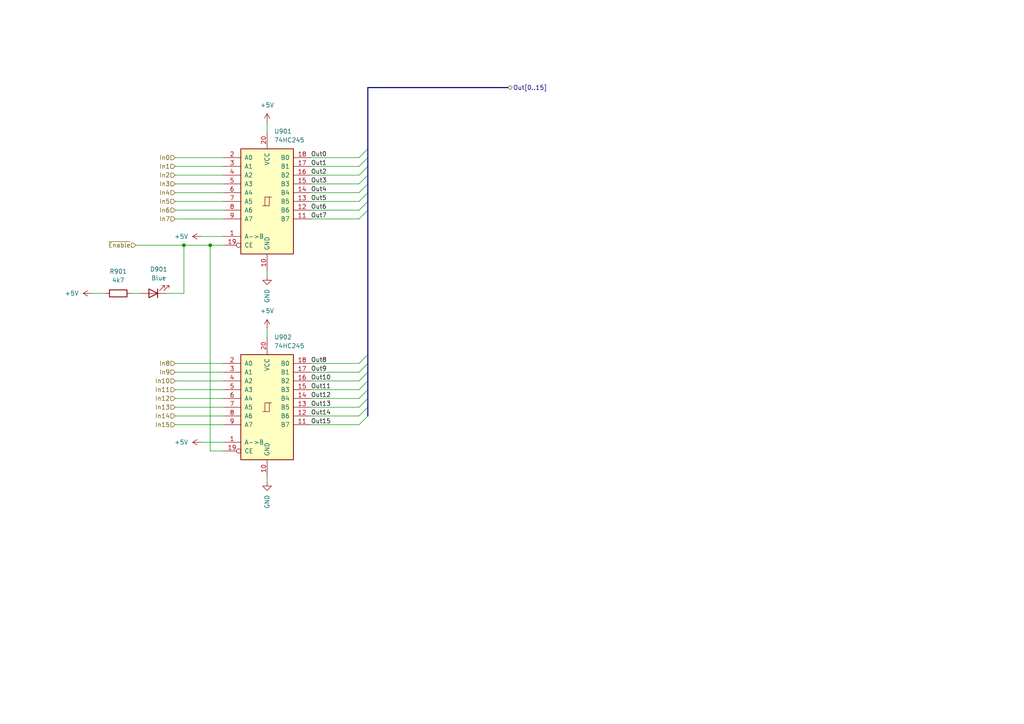
<source format=kicad_sch>
(kicad_sch (version 20231120) (generator "eeschema") (generator_version "8.0")
  (paper "A4")
  (lib_symbols
    (symbol "74xx:74HC245" (pin_names (offset 1.016))
      (property "Reference" "U" (at -7.62 16.51 0))
      (property "Value" "74HC245" (at -7.62 -16.51 0))
      (symbol "74HC245_1_0"
        (polyline (pts (xy -0.635 -1.27) (xy -0.635 1.27) (xy 0.635 1.27)))
        (polyline (pts (xy -1.27 -1.27) (xy 0.635 -1.27) (xy 0.635 1.27) (xy 1.27 1.27)))
        (pin input line (at -12.7 -10.16 0) (length 5.08) (name "A->B") (number "1"))
        (pin power_in line (at 0 -20.32 90) (length 5.08) (name "GND") (number "10"))
        (pin tri_state line (at 12.7 -5.08 180) (length 5.08) (name "B7") (number "11"))
        (pin tri_state line (at 12.7 -2.54 180) (length 5.08) (name "B6") (number "12"))
        (pin tri_state line (at 12.7 0 180) (length 5.08) (name "B5") (number "13"))
        (pin tri_state line (at 12.7 2.54 180) (length 5.08) (name "B4") (number "14"))
        (pin tri_state line (at 12.7 5.08 180) (length 5.08) (name "B3") (number "15"))
        (pin tri_state line (at 12.7 7.62 180) (length 5.08) (name "B2") (number "16"))
        (pin tri_state line (at 12.7 10.16 180) (length 5.08) (name "B1") (number "17"))
        (pin tri_state line (at 12.7 12.7 180) (length 5.08) (name "B0") (number "18"))
        (pin input inverted (at -12.7 -12.7 0) (length 5.08) (name "CE") (number "19"))
        (pin tri_state line (at -12.7 12.7 0) (length 5.08) (name "A0") (number "2"))
        (pin power_in line (at 0 20.32 270) (length 5.08) (name "VCC") (number "20"))
        (pin tri_state line (at -12.7 10.16 0) (length 5.08) (name "A1") (number "3"))
        (pin tri_state line (at -12.7 7.62 0) (length 5.08) (name "A2") (number "4"))
        (pin tri_state line (at -12.7 5.08 0) (length 5.08) (name "A3") (number "5"))
        (pin tri_state line (at -12.7 2.54 0) (length 5.08) (name "A4") (number "6"))
        (pin tri_state line (at -12.7 0 0) (length 5.08) (name "A5") (number "7"))
        (pin tri_state line (at -12.7 -2.54 0) (length 5.08) (name "A6") (number "8"))
        (pin tri_state line (at -12.7 -5.08 0) (length 5.08) (name "A7") (number "9"))
      )
      (symbol "74HC245_1_1"
        (rectangle (start -7.62 15.24) (end 7.62 -15.24) (stroke (width 0.254)) (fill (type background)))
      )
    )
    (symbol "Device:LED" (pin_numbers hide) (pin_names (offset 1.016) hide)
      (property "Reference" "D" (at 0 2.54 0))
      (property "Value" "LED" (at 0 -2.54 0))
      (symbol "LED_0_1"
        (polyline (pts (xy -1.27 -1.27) (xy -1.27 1.27)) (stroke (width 0.254)))
        (polyline (pts (xy -1.27 0) (xy 1.27 0)))
        (polyline (pts (xy 1.27 -1.27) (xy 1.27 1.27) (xy -1.27 0) (xy 1.27 -1.27)) (stroke (width 0.254)))
        (polyline (pts (xy -3.048 -0.762) (xy -4.572 -2.286) (xy -3.81 -2.286) (xy -4.572 -2.286) (xy -4.572 -1.524)))
        (polyline (pts (xy -1.778 -0.762) (xy -3.302 -2.286) (xy -2.54 -2.286) (xy -3.302 -2.286) (xy -3.302 -1.524)))
      )
      (symbol "LED_1_1"
        (pin passive line (at -3.81 0 0) (length 2.54) (name "K") (number "1"))
        (pin passive line (at 3.81 0 180) (length 2.54) (name "A") (number "2"))
      )
    )
    (symbol "Device:R" (pin_numbers hide) (pin_names (offset 0))
      (property "Reference" "R" (at 2.032 0 90))
      (property "Value" "R" (at 0 0 90))
      (symbol "R_0_1"
        (rectangle (start -1.016 -2.54) (end 1.016 2.54) (stroke (width 0.254)))
      )
      (symbol "R_1_1"
        (pin passive line (at 0 3.81 270) (length 1.27) (name "~") (number "1"))
        (pin passive line (at 0 -3.81 90) (length 1.27) (name "~") (number "2"))
      )
    )
    (symbol "GND_2" (power) (pin_names (offset 0))
      (property "Value" "GND_2" (at 0 -3.81 0))
      (symbol "GND_2_0_1"
        (polyline (pts (xy 0 0) (xy 0 -1.27) (xy 1.27 -1.27) (xy 0 -2.54) (xy -1.27 -1.27) (xy 0 -1.27)))
      )
      (symbol "GND_2_1_1"
        (pin power_in line (at 0 0 270) (length 0) hide (name "GND") (number "1"))
      )
    )
    (symbol "power:+5V" (power) (pin_names (offset 0))
      (property "Value" "+5V" (at 0 3.556 0))
      (symbol "+5V_0_1"
        (polyline (pts (xy -0.762 1.27) (xy 0 2.54)))
        (polyline (pts (xy 0 0) (xy 0 2.54)))
        (polyline (pts (xy 0 2.54) (xy 0.762 1.27)))
      )
      (symbol "+5V_1_1"
        (pin power_in line (at 0 0 90) (length 0) hide (name "+5V") (number "1"))
      )
    )
  )
  (junction (at 53.34 71.12))
  (junction (at 60.96 71.12))
  (bus_entry (at 106.68 60.96) (size -2.54 2.54))
  (bus_entry (at 106.68 43.18) (size -2.54 2.54))
  (bus_entry (at 106.68 105.41) (size -2.54 2.54))
  (bus_entry (at 106.68 102.87) (size -2.54 2.54))
  (bus_entry (at 106.68 53.34) (size -2.54 2.54))
  (bus_entry (at 106.68 107.95) (size -2.54 2.54))
  (bus_entry (at 106.68 115.57) (size -2.54 2.54))
  (bus_entry (at 106.68 113.03) (size -2.54 2.54))
  (bus_entry (at 106.68 55.88) (size -2.54 2.54))
  (bus_entry (at 106.68 50.8) (size -2.54 2.54))
  (bus_entry (at 106.68 118.11) (size -2.54 2.54))
  (bus_entry (at 106.68 48.26) (size -2.54 2.54))
  (bus_entry (at 106.68 45.72) (size -2.54 2.54))
  (bus_entry (at 106.68 120.65) (size -2.54 2.54))
  (bus_entry (at 106.68 58.42) (size -2.54 2.54))
  (bus_entry (at 106.68 110.49) (size -2.54 2.54))
  (wire (pts (xy 50.8 53.34) (xy 64.77 53.34)))
  (wire (pts (xy 90.17 45.72) (xy 104.14 45.72)))
  (wire (pts (xy 90.17 123.19) (xy 104.14 123.19)))
  (bus (pts (xy 106.68 45.72) (xy 106.68 43.18)))
  (wire (pts (xy 50.8 60.96) (xy 64.77 60.96)))
  (wire (pts (xy 50.8 105.41) (xy 64.77 105.41)))
  (bus (pts (xy 106.68 58.42) (xy 106.68 55.88)))
  (bus (pts (xy 106.68 105.41) (xy 106.68 102.87)))
  (wire (pts (xy 90.17 63.5) (xy 104.14 63.5)))
  (wire (pts (xy 90.17 58.42) (xy 104.14 58.42)))
  (wire (pts (xy 90.17 110.49) (xy 104.14 110.49)))
  (wire (pts (xy 90.17 107.95) (xy 104.14 107.95)))
  (wire (pts (xy 60.96 71.12) (xy 64.77 71.12)))
  (wire (pts (xy 48.26 85.09) (xy 53.34 85.09)))
  (wire (pts (xy 50.8 63.5) (xy 64.77 63.5)))
  (bus (pts (xy 106.68 53.34) (xy 106.68 50.8)))
  (wire (pts (xy 58.42 68.58) (xy 64.77 68.58)))
  (wire (pts (xy 50.8 48.26) (xy 64.77 48.26)))
  (wire (pts (xy 50.8 123.19) (xy 64.77 123.19)))
  (bus (pts (xy 106.68 50.8) (xy 106.68 48.26)))
  (wire (pts (xy 77.47 139.7) (xy 77.47 138.43)))
  (bus (pts (xy 106.68 25.4) (xy 147.32 25.4)))
  (bus (pts (xy 106.68 107.95) (xy 106.68 105.41)))
  (bus (pts (xy 106.68 110.49) (xy 106.68 107.95)))
  (wire (pts (xy 90.17 48.26) (xy 104.14 48.26)))
  (wire (pts (xy 50.8 50.8) (xy 64.77 50.8)))
  (wire (pts (xy 77.47 95.25) (xy 77.47 97.79)))
  (bus (pts (xy 106.68 60.96) (xy 106.68 58.42)))
  (wire (pts (xy 50.8 118.11) (xy 64.77 118.11)))
  (wire (pts (xy 53.34 71.12) (xy 60.96 71.12)))
  (wire (pts (xy 90.17 55.88) (xy 104.14 55.88)))
  (wire (pts (xy 90.17 115.57) (xy 104.14 115.57)))
  (wire (pts (xy 90.17 50.8) (xy 104.14 50.8)))
  (wire (pts (xy 90.17 60.96) (xy 104.14 60.96)))
  (wire (pts (xy 50.8 58.42) (xy 64.77 58.42)))
  (wire (pts (xy 77.47 35.56) (xy 77.47 38.1)))
  (wire (pts (xy 90.17 118.11) (xy 104.14 118.11)))
  (wire (pts (xy 77.47 80.01) (xy 77.47 78.74)))
  (wire (pts (xy 60.96 71.12) (xy 60.96 130.81)))
  (wire (pts (xy 90.17 53.34) (xy 104.14 53.34)))
  (bus (pts (xy 106.68 55.88) (xy 106.68 53.34)))
  (bus (pts (xy 106.68 48.26) (xy 106.68 45.72)))
  (wire (pts (xy 90.17 120.65) (xy 104.14 120.65)))
  (bus (pts (xy 106.68 115.57) (xy 106.68 113.03)))
  (wire (pts (xy 38.1 85.09) (xy 40.64 85.09)))
  (wire (pts (xy 50.8 107.95) (xy 64.77 107.95)))
  (bus (pts (xy 106.68 118.11) (xy 106.68 115.57)))
  (wire (pts (xy 90.17 113.03) (xy 104.14 113.03)))
  (wire (pts (xy 50.8 55.88) (xy 64.77 55.88)))
  (wire (pts (xy 58.42 128.27) (xy 64.77 128.27)))
  (bus (pts (xy 106.68 102.87) (xy 106.68 60.96)))
  (wire (pts (xy 50.8 45.72) (xy 64.77 45.72)))
  (bus (pts (xy 106.68 113.03) (xy 106.68 110.49)))
  (wire (pts (xy 50.8 110.49) (xy 64.77 110.49)))
  (wire (pts (xy 50.8 115.57) (xy 64.77 115.57)))
  (wire (pts (xy 50.8 120.65) (xy 64.77 120.65)))
  (wire (pts (xy 90.17 105.41) (xy 104.14 105.41)))
  (wire (pts (xy 39.37 71.12) (xy 53.34 71.12)))
  (wire (pts (xy 50.8 113.03) (xy 64.77 113.03)))
  (bus (pts (xy 106.68 120.65) (xy 106.68 118.11)))
  (wire (pts (xy 64.77 130.81) (xy 60.96 130.81)))
  (wire (pts (xy 53.34 85.09) (xy 53.34 71.12)))
  (wire (pts (xy 26.67 85.09) (xy 30.48 85.09)))
  (bus (pts (xy 106.68 43.18) (xy 106.68 25.4)))
  (label "Out2" (at 90.17 50.8 0))
  (label "Out13" (at 90.17 118.11 0))
  (label "Out1" (at 90.17 48.26 0))
  (label "Out0" (at 90.17 45.72 0))
  (label "Out3" (at 90.17 53.34 0))
  (label "Out7" (at 90.17 63.5 0))
  (label "Out11" (at 90.17 113.03 0))
  (label "Out9" (at 90.17 107.95 0))
  (label "Out6" (at 90.17 60.96 0))
  (label "Out14" (at 90.17 120.65 0))
  (label "Out15" (at 90.17 123.19 0))
  (label "Out8" (at 90.17 105.41 0))
  (label "Out10" (at 90.17 110.49 0))
  (label "Out4" (at 90.17 55.88 0))
  (label "Out12" (at 90.17 115.57 0))
  (label "Out5" (at 90.17 58.42 0))
  (hierarchical_label "In3" (shape input) (at 50.8 53.34 180))
  (hierarchical_label "In2" (shape input) (at 50.8 50.8 180))
  (hierarchical_label "In4" (shape input) (at 50.8 55.88 180))
  (hierarchical_label "In0" (shape input) (at 50.8 45.72 180))
  (hierarchical_label "In9" (shape input) (at 50.8 107.95 180))
  (hierarchical_label "In10" (shape input) (at 50.8 110.49 180))
  (hierarchical_label "Out[0..15]" (shape tri_state) (at 147.32 25.4 0))
  (hierarchical_label "In7" (shape input) (at 50.8 63.5 180))
  (hierarchical_label "In5" (shape input) (at 50.8 58.42 180))
  (hierarchical_label "~{Enable}" (shape input) (at 39.37 71.12 180))
  (hierarchical_label "In8" (shape input) (at 50.8 105.41 180))
  (hierarchical_label "In15" (shape input) (at 50.8 123.19 180))
  (hierarchical_label "In13" (shape input) (at 50.8 118.11 180))
  (hierarchical_label "In6" (shape input) (at 50.8 60.96 180))
  (hierarchical_label "In1" (shape input) (at 50.8 48.26 180))
  (hierarchical_label "In12" (shape input) (at 50.8 115.57 180))
  (hierarchical_label "In11" (shape input) (at 50.8 113.03 180))
  (hierarchical_label "In14" (shape input) (at 50.8 120.65 180))
  (symbol (lib_id "Device:R") (at 34.29 85.09 270) (unit 1)
    (property "Reference" "R901" (at 34.29 78.74 90))
    (property "Value" "4k7" (at 34.29 81.28 90))
    (property "Footprint" "Resistor_SMD:R_0603_1608Metric" (effects (hide yes)))
    (property "Datasheet" "https://datasheet.lcsc.com/lcsc/2206010116_UNI-ROYAL-Uniroyal-Elec-0603WAF4701T5E_C23162.pdf" (effects (hide yes)))
    (property "LCSC" "C23162" (effects (hide yes)))
    (instances (project "Barrel Shifter" (path "" (reference "R901") (unit 1)) (path "" (reference "R401") (unit 1)) (path "" (reference "R501") (unit 1)) (path "" (reference "R201") (unit 1)) (path "" (reference "R801") (unit 1)) (path "" (reference "R301") (unit 1)) (path "" (reference "R601") (unit 1)) (path "" (reference "R701") (unit 1))))
  )
  (symbol (lib_name "GND_2") (lib_id "power:GND") (at 77.47 139.7 0) (unit 1)
    (property "Reference" "#PWR0907" (effects (hide yes)))
    (property "Value" "GND" (at 77.47 143.51 90) (effects (justify right)))
    (instances (project "Barrel Shifter" (path "" (reference "#PWR0907") (unit 1)) (path "" (reference "#PWR0407") (unit 1)) (path "" (reference "#PWR0507") (unit 1)) (path "" (reference "#PWR0207") (unit 1)) (path "" (reference "#PWR0807") (unit 1)) (path "" (reference "#PWR0307") (unit 1)) (path "" (reference "#PWR0607") (unit 1)) (path "" (reference "#PWR0707") (unit 1))))
  )
  (symbol (lib_id "power:+5V") (at 58.42 68.58 90) (unit 1)
    (property "Reference" "#PWR0902" (effects (hide yes)))
    (property "Value" "+5V" (at 54.61 68.58 90) (effects (justify left)))
    (instances (project "Barrel Shifter" (path "" (reference "#PWR0902") (unit 1)) (path "" (reference "#PWR0402") (unit 1)) (path "" (reference "#PWR0502") (unit 1)) (path "" (reference "#PWR0202") (unit 1)) (path "" (reference "#PWR0802") (unit 1)) (path "" (reference "#PWR0302") (unit 1)) (path "" (reference "#PWR0602") (unit 1)) (path "" (reference "#PWR0702") (unit 1))))
  )
  (symbol (lib_id "Device:LED") (at 44.45 85.09 180) (unit 1)
    (property "Reference" "D901" (at 46.0375 78.105 0))
    (property "Value" "Blue" (at 46.0375 80.645 0))
    (property "Footprint" "LED_SMD:LED_0603_1608Metric" (effects (hide yes)))
    (property "LCSC" "C72041" (effects (hide yes)))
    (instances (project "Barrel Shifter" (path "" (reference "D901") (unit 1)) (path "" (reference "D401") (unit 1)) (path "" (reference "D501") (unit 1)) (path "" (reference "D201") (unit 1)) (path "" (reference "D801") (unit 1)) (path "" (reference "D301") (unit 1)) (path "" (reference "D601") (unit 1)) (path "" (reference "D701") (unit 1))))
  )
  (symbol (lib_id "power:+5V") (at 26.67 85.09 90) (unit 1)
    (property "Reference" "#PWR0901" (effects (hide yes)))
    (property "Value" "+5V" (at 22.86 85.09 90) (effects (justify left)))
    (instances (project "Barrel Shifter" (path "" (reference "#PWR0901") (unit 1)) (path "" (reference "#PWR0401") (unit 1)) (path "" (reference "#PWR0501") (unit 1)) (path "" (reference "#PWR0201") (unit 1)) (path "" (reference "#PWR0801") (unit 1)) (path "" (reference "#PWR0301") (unit 1)) (path "" (reference "#PWR0601") (unit 1)) (path "" (reference "#PWR0701") (unit 1))))
  )
  (symbol (lib_name "GND_2") (lib_id "power:GND") (at 77.47 80.01 0) (unit 1)
    (property "Reference" "#PWR0905" (effects (hide yes)))
    (property "Value" "GND" (at 77.47 83.82 90) (effects (justify right)))
    (instances (project "Barrel Shifter" (path "" (reference "#PWR0905") (unit 1)) (path "" (reference "#PWR0405") (unit 1)) (path "" (reference "#PWR0505") (unit 1)) (path "" (reference "#PWR0205") (unit 1)) (path "" (reference "#PWR0805") (unit 1)) (path "" (reference "#PWR0305") (unit 1)) (path "" (reference "#PWR0605") (unit 1)) (path "" (reference "#PWR0705") (unit 1))))
  )
  (symbol (lib_id "power:+5V") (at 77.47 35.56 0) (unit 1)
    (property "Reference" "#PWR0904" (effects (hide yes)))
    (property "Value" "+5V" (at 77.47 30.48 0))
    (instances (project "Barrel Shifter" (path "" (reference "#PWR0904") (unit 1)) (path "" (reference "#PWR0404") (unit 1)) (path "" (reference "#PWR0504") (unit 1)) (path "" (reference "#PWR0204") (unit 1)) (path "" (reference "#PWR0804") (unit 1)) (path "" (reference "#PWR0304") (unit 1)) (path "" (reference "#PWR0604") (unit 1)) (path "" (reference "#PWR0704") (unit 1))))
  )
  (symbol (lib_id "power:+5V") (at 58.42 128.27 90) (unit 1)
    (property "Reference" "#PWR0903" (effects (hide yes)))
    (property "Value" "+5V" (at 54.61 128.27 90) (effects (justify left)))
    (instances (project "Barrel Shifter" (path "" (reference "#PWR0903") (unit 1)) (path "" (reference "#PWR0403") (unit 1)) (path "" (reference "#PWR0503") (unit 1)) (path "" (reference "#PWR0203") (unit 1)) (path "" (reference "#PWR0803") (unit 1)) (path "" (reference "#PWR0303") (unit 1)) (path "" (reference "#PWR0603") (unit 1)) (path "" (reference "#PWR0703") (unit 1))))
  )
  (symbol (lib_id "74xx:74HC245") (at 77.47 118.11 0) (unit 1)
    (property "Reference" "U902" (at 79.4894 97.79 0) (effects (justify left)))
    (property "Value" "74HC245" (at 79.4894 100.33 0) (effects (justify left)))
    (property "Footprint" "Package_SO:SOIC-20W_7.5x12.8mm_P1.27mm" (effects (hide yes)))
    (property "Datasheet" "http://www.ti.com/lit/gpn/sn74HC245" (effects (hide yes)))
    (property "LCSC" "C5625" (effects (hide yes)))
    (instances (project "Barrel Shifter" (path "" (reference "U902") (unit 1)) (path "" (reference "U402") (unit 1)) (path "" (reference "U502") (unit 1)) (path "" (reference "U202") (unit 1)) (path "" (reference "U802") (unit 1)) (path "" (reference "U302") (unit 1)) (path "" (reference "U602") (unit 1)) (path "" (reference "U702") (unit 1))))
  )
  (symbol (lib_id "74xx:74HC245") (at 77.47 58.42 0) (unit 1)
    (property "Reference" "U901" (at 79.4894 38.1 0) (effects (justify left)))
    (property "Value" "74HC245" (at 79.4894 40.64 0) (effects (justify left)))
    (property "Footprint" "Package_SO:SOIC-20W_7.5x12.8mm_P1.27mm" (effects (hide yes)))
    (property "Datasheet" "http://www.ti.com/lit/gpn/sn74HC245" (effects (hide yes)))
    (property "LCSC" "C5625" (effects (hide yes)))
    (instances (project "Barrel Shifter" (path "" (reference "U901") (unit 1)) (path "" (reference "U401") (unit 1)) (path "" (reference "U501") (unit 1)) (path "" (reference "U201") (unit 1)) (path "" (reference "U801") (unit 1)) (path "" (reference "U301") (unit 1)) (path "" (reference "U601") (unit 1)) (path "" (reference "U701") (unit 1))))
  )
  (symbol (lib_id "power:+5V") (at 77.47 95.25 0) (unit 1)
    (property "Reference" "#PWR0906" (effects (hide yes)))
    (property "Value" "+5V" (at 77.47 90.17 0))
    (instances (project "Barrel Shifter" (path "" (reference "#PWR0906") (unit 1)) (path "" (reference "#PWR0406") (unit 1)) (path "" (reference "#PWR0506") (unit 1)) (path "" (reference "#PWR0206") (unit 1)) (path "" (reference "#PWR0806") (unit 1)) (path "" (reference "#PWR0306") (unit 1)) (path "" (reference "#PWR0606") (unit 1)) (path "" (reference "#PWR0706") (unit 1))))
  )
)
</source>
